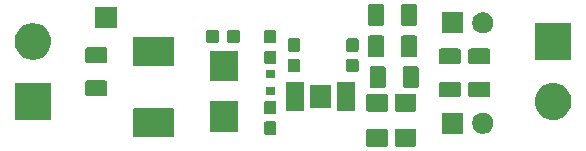
<source format=gts>
G04 #@! TF.GenerationSoftware,KiCad,Pcbnew,5.1.5-52549c5~84~ubuntu18.04.1*
G04 #@! TF.CreationDate,2020-03-07T05:05:02+05:30*
G04 #@! TF.ProjectId,tps92515_led_driver,74707339-3235-4313-955f-6c65645f6472,rev?*
G04 #@! TF.SameCoordinates,Original*
G04 #@! TF.FileFunction,Soldermask,Top*
G04 #@! TF.FilePolarity,Negative*
%FSLAX46Y46*%
G04 Gerber Fmt 4.6, Leading zero omitted, Abs format (unit mm)*
G04 Created by KiCad (PCBNEW 5.1.5-52549c5~84~ubuntu18.04.1) date 2020-03-07 05:05:02*
%MOMM*%
%LPD*%
G04 APERTURE LIST*
%ADD10C,0.100000*%
G04 APERTURE END LIST*
D10*
G36*
X145025562Y-89728181D02*
G01*
X145060481Y-89738774D01*
X145092663Y-89755976D01*
X145120873Y-89779127D01*
X145144024Y-89807337D01*
X145161226Y-89839519D01*
X145171819Y-89874438D01*
X145176000Y-89916895D01*
X145176000Y-91058105D01*
X145171819Y-91100562D01*
X145161226Y-91135481D01*
X145144024Y-91167663D01*
X145120873Y-91195873D01*
X145092663Y-91219024D01*
X145060481Y-91236226D01*
X145025562Y-91246819D01*
X144983105Y-91251000D01*
X143516895Y-91251000D01*
X143474438Y-91246819D01*
X143439519Y-91236226D01*
X143407337Y-91219024D01*
X143379127Y-91195873D01*
X143355976Y-91167663D01*
X143338774Y-91135481D01*
X143328181Y-91100562D01*
X143324000Y-91058105D01*
X143324000Y-89916895D01*
X143328181Y-89874438D01*
X143338774Y-89839519D01*
X143355976Y-89807337D01*
X143379127Y-89779127D01*
X143407337Y-89755976D01*
X143439519Y-89738774D01*
X143474438Y-89728181D01*
X143516895Y-89724000D01*
X144983105Y-89724000D01*
X145025562Y-89728181D01*
G37*
G36*
X142625562Y-89728181D02*
G01*
X142660481Y-89738774D01*
X142692663Y-89755976D01*
X142720873Y-89779127D01*
X142744024Y-89807337D01*
X142761226Y-89839519D01*
X142771819Y-89874438D01*
X142776000Y-89916895D01*
X142776000Y-91058105D01*
X142771819Y-91100562D01*
X142761226Y-91135481D01*
X142744024Y-91167663D01*
X142720873Y-91195873D01*
X142692663Y-91219024D01*
X142660481Y-91236226D01*
X142625562Y-91246819D01*
X142583105Y-91251000D01*
X141116895Y-91251000D01*
X141074438Y-91246819D01*
X141039519Y-91236226D01*
X141007337Y-91219024D01*
X140979127Y-91195873D01*
X140955976Y-91167663D01*
X140938774Y-91135481D01*
X140928181Y-91100562D01*
X140924000Y-91058105D01*
X140924000Y-89916895D01*
X140928181Y-89874438D01*
X140938774Y-89839519D01*
X140955976Y-89807337D01*
X140979127Y-89779127D01*
X141007337Y-89755976D01*
X141039519Y-89738774D01*
X141074438Y-89728181D01*
X141116895Y-89724000D01*
X142583105Y-89724000D01*
X142625562Y-89728181D01*
G37*
G36*
X124534007Y-88002383D02*
G01*
X124561138Y-88010613D01*
X124586133Y-88023973D01*
X124608045Y-88041955D01*
X124626027Y-88063867D01*
X124639387Y-88088862D01*
X124647617Y-88115993D01*
X124651000Y-88150341D01*
X124651000Y-90299659D01*
X124647617Y-90334007D01*
X124639387Y-90361138D01*
X124626027Y-90386133D01*
X124608045Y-90408045D01*
X124586133Y-90426027D01*
X124561138Y-90439387D01*
X124534007Y-90447617D01*
X124499659Y-90451000D01*
X121300341Y-90451000D01*
X121265993Y-90447617D01*
X121238862Y-90439387D01*
X121213867Y-90426027D01*
X121191955Y-90408045D01*
X121173973Y-90386133D01*
X121160613Y-90361138D01*
X121152383Y-90334007D01*
X121149000Y-90299659D01*
X121149000Y-88150341D01*
X121152383Y-88115993D01*
X121160613Y-88088862D01*
X121173973Y-88063867D01*
X121191955Y-88041955D01*
X121213867Y-88023973D01*
X121238862Y-88010613D01*
X121265993Y-88002383D01*
X121300341Y-87999000D01*
X124499659Y-87999000D01*
X124534007Y-88002383D01*
G37*
G36*
X133164499Y-89103445D02*
G01*
X133201995Y-89114820D01*
X133236554Y-89133292D01*
X133266847Y-89158153D01*
X133291708Y-89188446D01*
X133310180Y-89223005D01*
X133321555Y-89260501D01*
X133326000Y-89305638D01*
X133326000Y-90044362D01*
X133321555Y-90089499D01*
X133310180Y-90126995D01*
X133291708Y-90161554D01*
X133266847Y-90191847D01*
X133236554Y-90216708D01*
X133201995Y-90235180D01*
X133164499Y-90246555D01*
X133119362Y-90251000D01*
X132480638Y-90251000D01*
X132435501Y-90246555D01*
X132398005Y-90235180D01*
X132363446Y-90216708D01*
X132333153Y-90191847D01*
X132308292Y-90161554D01*
X132289820Y-90126995D01*
X132278445Y-90089499D01*
X132274000Y-90044362D01*
X132274000Y-89305638D01*
X132278445Y-89260501D01*
X132289820Y-89223005D01*
X132308292Y-89188446D01*
X132333153Y-89158153D01*
X132363446Y-89133292D01*
X132398005Y-89114820D01*
X132435501Y-89103445D01*
X132480638Y-89099000D01*
X133119362Y-89099000D01*
X133164499Y-89103445D01*
G37*
G36*
X149151000Y-90151000D02*
G01*
X147349000Y-90151000D01*
X147349000Y-88349000D01*
X149151000Y-88349000D01*
X149151000Y-90151000D01*
G37*
G36*
X150903512Y-88353927D02*
G01*
X151052812Y-88383624D01*
X151216784Y-88451544D01*
X151364354Y-88550147D01*
X151489853Y-88675646D01*
X151588456Y-88823216D01*
X151656376Y-88987188D01*
X151691000Y-89161259D01*
X151691000Y-89338741D01*
X151656376Y-89512812D01*
X151588456Y-89676784D01*
X151489853Y-89824354D01*
X151364354Y-89949853D01*
X151216784Y-90048456D01*
X151052812Y-90116376D01*
X150903512Y-90146073D01*
X150878742Y-90151000D01*
X150701258Y-90151000D01*
X150676488Y-90146073D01*
X150527188Y-90116376D01*
X150363216Y-90048456D01*
X150215646Y-89949853D01*
X150090147Y-89824354D01*
X149991544Y-89676784D01*
X149923624Y-89512812D01*
X149889000Y-89338741D01*
X149889000Y-89161259D01*
X149923624Y-88987188D01*
X149991544Y-88823216D01*
X150090147Y-88675646D01*
X150215646Y-88550147D01*
X150363216Y-88451544D01*
X150527188Y-88383624D01*
X150676488Y-88353927D01*
X150701258Y-88349000D01*
X150878742Y-88349000D01*
X150903512Y-88353927D01*
G37*
G36*
X130101000Y-90001000D02*
G01*
X127699000Y-90001000D01*
X127699000Y-87399000D01*
X130101000Y-87399000D01*
X130101000Y-90001000D01*
G37*
G36*
X114251000Y-88976000D02*
G01*
X111149000Y-88976000D01*
X111149000Y-85874000D01*
X114251000Y-85874000D01*
X114251000Y-88976000D01*
G37*
G36*
X156987833Y-85890922D02*
G01*
X157202410Y-85933604D01*
X157484674Y-86050521D01*
X157738705Y-86220259D01*
X157954741Y-86436295D01*
X158124479Y-86690326D01*
X158241396Y-86972590D01*
X158246212Y-86996802D01*
X158301000Y-87272239D01*
X158301000Y-87577761D01*
X158285266Y-87656860D01*
X158241396Y-87877410D01*
X158124479Y-88159674D01*
X157954741Y-88413705D01*
X157738705Y-88629741D01*
X157484674Y-88799479D01*
X157202410Y-88916396D01*
X157052585Y-88946198D01*
X156902761Y-88976000D01*
X156597239Y-88976000D01*
X156447415Y-88946198D01*
X156297590Y-88916396D01*
X156015326Y-88799479D01*
X155761295Y-88629741D01*
X155545259Y-88413705D01*
X155375521Y-88159674D01*
X155258604Y-87877410D01*
X155214734Y-87656860D01*
X155199000Y-87577761D01*
X155199000Y-87272239D01*
X155253788Y-86996802D01*
X155258604Y-86972590D01*
X155375521Y-86690326D01*
X155545259Y-86436295D01*
X155761295Y-86220259D01*
X156015326Y-86050521D01*
X156297590Y-85933604D01*
X156512167Y-85890922D01*
X156597239Y-85874000D01*
X156902761Y-85874000D01*
X156987833Y-85890922D01*
G37*
G36*
X133164499Y-87353445D02*
G01*
X133201995Y-87364820D01*
X133236554Y-87383292D01*
X133266847Y-87408153D01*
X133291708Y-87438446D01*
X133310180Y-87473005D01*
X133321555Y-87510501D01*
X133326000Y-87555638D01*
X133326000Y-88294362D01*
X133321555Y-88339499D01*
X133310180Y-88376995D01*
X133291708Y-88411554D01*
X133266847Y-88441847D01*
X133236554Y-88466708D01*
X133201995Y-88485180D01*
X133164499Y-88496555D01*
X133119362Y-88501000D01*
X132480638Y-88501000D01*
X132435501Y-88496555D01*
X132398005Y-88485180D01*
X132363446Y-88466708D01*
X132333153Y-88441847D01*
X132308292Y-88411554D01*
X132289820Y-88376995D01*
X132278445Y-88339499D01*
X132274000Y-88294362D01*
X132274000Y-87555638D01*
X132278445Y-87510501D01*
X132289820Y-87473005D01*
X132308292Y-87438446D01*
X132333153Y-87408153D01*
X132363446Y-87383292D01*
X132398005Y-87364820D01*
X132435501Y-87353445D01*
X132480638Y-87349000D01*
X133119362Y-87349000D01*
X133164499Y-87353445D01*
G37*
G36*
X145025562Y-86753181D02*
G01*
X145060481Y-86763774D01*
X145092663Y-86780976D01*
X145120873Y-86804127D01*
X145144024Y-86832337D01*
X145161226Y-86864519D01*
X145171819Y-86899438D01*
X145176000Y-86941895D01*
X145176000Y-88083105D01*
X145171819Y-88125562D01*
X145161226Y-88160481D01*
X145144024Y-88192663D01*
X145120873Y-88220873D01*
X145092663Y-88244024D01*
X145060481Y-88261226D01*
X145025562Y-88271819D01*
X144983105Y-88276000D01*
X143516895Y-88276000D01*
X143474438Y-88271819D01*
X143439519Y-88261226D01*
X143407337Y-88244024D01*
X143379127Y-88220873D01*
X143355976Y-88192663D01*
X143338774Y-88160481D01*
X143328181Y-88125562D01*
X143324000Y-88083105D01*
X143324000Y-86941895D01*
X143328181Y-86899438D01*
X143338774Y-86864519D01*
X143355976Y-86832337D01*
X143379127Y-86804127D01*
X143407337Y-86780976D01*
X143439519Y-86763774D01*
X143474438Y-86753181D01*
X143516895Y-86749000D01*
X144983105Y-86749000D01*
X145025562Y-86753181D01*
G37*
G36*
X142625562Y-86753181D02*
G01*
X142660481Y-86763774D01*
X142692663Y-86780976D01*
X142720873Y-86804127D01*
X142744024Y-86832337D01*
X142761226Y-86864519D01*
X142771819Y-86899438D01*
X142776000Y-86941895D01*
X142776000Y-88083105D01*
X142771819Y-88125562D01*
X142761226Y-88160481D01*
X142744024Y-88192663D01*
X142720873Y-88220873D01*
X142692663Y-88244024D01*
X142660481Y-88261226D01*
X142625562Y-88271819D01*
X142583105Y-88276000D01*
X141116895Y-88276000D01*
X141074438Y-88271819D01*
X141039519Y-88261226D01*
X141007337Y-88244024D01*
X140979127Y-88220873D01*
X140955976Y-88192663D01*
X140938774Y-88160481D01*
X140928181Y-88125562D01*
X140924000Y-88083105D01*
X140924000Y-86941895D01*
X140928181Y-86899438D01*
X140938774Y-86864519D01*
X140955976Y-86832337D01*
X140979127Y-86804127D01*
X141007337Y-86780976D01*
X141039519Y-86763774D01*
X141074438Y-86753181D01*
X141116895Y-86749000D01*
X142583105Y-86749000D01*
X142625562Y-86753181D01*
G37*
G36*
X135645295Y-85800323D02*
G01*
X135652310Y-85802451D01*
X135658776Y-85805908D01*
X135664442Y-85810558D01*
X135669092Y-85816224D01*
X135672549Y-85822690D01*
X135674677Y-85829705D01*
X135676000Y-85843140D01*
X135676000Y-86156860D01*
X135674677Y-86170295D01*
X135672549Y-86177309D01*
X135665190Y-86191077D01*
X135655813Y-86213716D01*
X135651033Y-86237749D01*
X135651033Y-86262253D01*
X135655814Y-86286286D01*
X135665190Y-86308923D01*
X135672549Y-86322691D01*
X135674677Y-86329705D01*
X135676000Y-86343140D01*
X135676000Y-86656860D01*
X135674677Y-86670295D01*
X135672549Y-86677309D01*
X135665190Y-86691077D01*
X135655813Y-86713716D01*
X135651033Y-86737749D01*
X135651033Y-86762253D01*
X135655814Y-86786286D01*
X135665190Y-86808923D01*
X135672549Y-86822691D01*
X135674677Y-86829705D01*
X135676000Y-86843140D01*
X135676000Y-87156860D01*
X135674677Y-87170295D01*
X135672549Y-87177309D01*
X135665190Y-87191077D01*
X135655813Y-87213716D01*
X135651033Y-87237749D01*
X135651033Y-87262253D01*
X135655814Y-87286286D01*
X135665190Y-87308923D01*
X135672549Y-87322691D01*
X135674677Y-87329705D01*
X135676000Y-87343140D01*
X135676000Y-87656860D01*
X135674677Y-87670295D01*
X135672549Y-87677309D01*
X135665190Y-87691077D01*
X135655813Y-87713716D01*
X135651033Y-87737749D01*
X135651033Y-87762253D01*
X135655814Y-87786286D01*
X135665190Y-87808923D01*
X135672549Y-87822691D01*
X135674677Y-87829705D01*
X135676000Y-87843140D01*
X135676000Y-88156860D01*
X135674677Y-88170295D01*
X135672549Y-88177310D01*
X135669092Y-88183776D01*
X135664442Y-88189442D01*
X135658776Y-88194092D01*
X135652310Y-88197549D01*
X135645295Y-88199677D01*
X135631860Y-88201000D01*
X134168140Y-88201000D01*
X134154705Y-88199677D01*
X134147690Y-88197549D01*
X134141224Y-88194092D01*
X134135558Y-88189442D01*
X134130908Y-88183776D01*
X134127451Y-88177310D01*
X134125323Y-88170295D01*
X134124000Y-88156860D01*
X134124000Y-87843140D01*
X134125323Y-87829705D01*
X134127451Y-87822691D01*
X134134810Y-87808923D01*
X134144187Y-87786284D01*
X134148967Y-87762251D01*
X134148967Y-87737747D01*
X134144186Y-87713714D01*
X134134810Y-87691077D01*
X134127451Y-87677309D01*
X134125323Y-87670295D01*
X134124000Y-87656860D01*
X134124000Y-87343140D01*
X134125323Y-87329705D01*
X134127451Y-87322691D01*
X134134810Y-87308923D01*
X134144187Y-87286284D01*
X134148967Y-87262251D01*
X134148967Y-87237747D01*
X134144186Y-87213714D01*
X134134810Y-87191077D01*
X134127451Y-87177309D01*
X134125323Y-87170295D01*
X134124000Y-87156860D01*
X134124000Y-86843140D01*
X134125323Y-86829705D01*
X134127451Y-86822691D01*
X134134810Y-86808923D01*
X134144187Y-86786284D01*
X134148967Y-86762251D01*
X134148967Y-86737747D01*
X134144186Y-86713714D01*
X134134810Y-86691077D01*
X134127451Y-86677309D01*
X134125323Y-86670295D01*
X134124000Y-86656860D01*
X134124000Y-86343140D01*
X134125323Y-86329705D01*
X134127451Y-86322691D01*
X134134810Y-86308923D01*
X134144187Y-86286284D01*
X134148967Y-86262251D01*
X134148967Y-86237747D01*
X134144186Y-86213714D01*
X134134810Y-86191077D01*
X134127451Y-86177309D01*
X134125323Y-86170295D01*
X134124000Y-86156860D01*
X134124000Y-85843140D01*
X134125323Y-85829705D01*
X134127451Y-85822690D01*
X134130908Y-85816224D01*
X134135558Y-85810558D01*
X134141224Y-85805908D01*
X134147690Y-85802451D01*
X134154705Y-85800323D01*
X134168140Y-85799000D01*
X135631860Y-85799000D01*
X135645295Y-85800323D01*
G37*
G36*
X139945295Y-85800323D02*
G01*
X139952310Y-85802451D01*
X139958776Y-85805908D01*
X139964442Y-85810558D01*
X139969092Y-85816224D01*
X139972549Y-85822690D01*
X139974677Y-85829705D01*
X139976000Y-85843140D01*
X139976000Y-86156860D01*
X139974677Y-86170295D01*
X139972549Y-86177309D01*
X139965190Y-86191077D01*
X139955813Y-86213716D01*
X139951033Y-86237749D01*
X139951033Y-86262253D01*
X139955814Y-86286286D01*
X139965190Y-86308923D01*
X139972549Y-86322691D01*
X139974677Y-86329705D01*
X139976000Y-86343140D01*
X139976000Y-86656860D01*
X139974677Y-86670295D01*
X139972549Y-86677309D01*
X139965190Y-86691077D01*
X139955813Y-86713716D01*
X139951033Y-86737749D01*
X139951033Y-86762253D01*
X139955814Y-86786286D01*
X139965190Y-86808923D01*
X139972549Y-86822691D01*
X139974677Y-86829705D01*
X139976000Y-86843140D01*
X139976000Y-87156860D01*
X139974677Y-87170295D01*
X139972549Y-87177309D01*
X139965190Y-87191077D01*
X139955813Y-87213716D01*
X139951033Y-87237749D01*
X139951033Y-87262253D01*
X139955814Y-87286286D01*
X139965190Y-87308923D01*
X139972549Y-87322691D01*
X139974677Y-87329705D01*
X139976000Y-87343140D01*
X139976000Y-87656860D01*
X139974677Y-87670295D01*
X139972549Y-87677309D01*
X139965190Y-87691077D01*
X139955813Y-87713716D01*
X139951033Y-87737749D01*
X139951033Y-87762253D01*
X139955814Y-87786286D01*
X139965190Y-87808923D01*
X139972549Y-87822691D01*
X139974677Y-87829705D01*
X139976000Y-87843140D01*
X139976000Y-88156860D01*
X139974677Y-88170295D01*
X139972549Y-88177310D01*
X139969092Y-88183776D01*
X139964442Y-88189442D01*
X139958776Y-88194092D01*
X139952310Y-88197549D01*
X139945295Y-88199677D01*
X139931860Y-88201000D01*
X138468140Y-88201000D01*
X138454705Y-88199677D01*
X138447690Y-88197549D01*
X138441224Y-88194092D01*
X138435558Y-88189442D01*
X138430908Y-88183776D01*
X138427451Y-88177310D01*
X138425323Y-88170295D01*
X138424000Y-88156860D01*
X138424000Y-87843140D01*
X138425323Y-87829705D01*
X138427451Y-87822691D01*
X138434810Y-87808923D01*
X138444187Y-87786284D01*
X138448967Y-87762251D01*
X138448967Y-87737747D01*
X138444186Y-87713714D01*
X138434810Y-87691077D01*
X138427451Y-87677309D01*
X138425323Y-87670295D01*
X138424000Y-87656860D01*
X138424000Y-87343140D01*
X138425323Y-87329705D01*
X138427451Y-87322691D01*
X138434810Y-87308923D01*
X138444187Y-87286284D01*
X138448967Y-87262251D01*
X138448967Y-87237747D01*
X138444186Y-87213714D01*
X138434810Y-87191077D01*
X138427451Y-87177309D01*
X138425323Y-87170295D01*
X138424000Y-87156860D01*
X138424000Y-86843140D01*
X138425323Y-86829705D01*
X138427451Y-86822691D01*
X138434810Y-86808923D01*
X138444187Y-86786284D01*
X138448967Y-86762251D01*
X138448967Y-86737747D01*
X138444186Y-86713714D01*
X138434810Y-86691077D01*
X138427451Y-86677309D01*
X138425323Y-86670295D01*
X138424000Y-86656860D01*
X138424000Y-86343140D01*
X138425323Y-86329705D01*
X138427451Y-86322691D01*
X138434810Y-86308923D01*
X138444187Y-86286284D01*
X138448967Y-86262251D01*
X138448967Y-86237747D01*
X138444186Y-86213714D01*
X138434810Y-86191077D01*
X138427451Y-86177309D01*
X138425323Y-86170295D01*
X138424000Y-86156860D01*
X138424000Y-85843140D01*
X138425323Y-85829705D01*
X138427451Y-85822690D01*
X138430908Y-85816224D01*
X138435558Y-85810558D01*
X138441224Y-85805908D01*
X138447690Y-85802451D01*
X138454705Y-85800323D01*
X138468140Y-85799000D01*
X139931860Y-85799000D01*
X139945295Y-85800323D01*
G37*
G36*
X137941000Y-87991000D02*
G01*
X136159000Y-87991000D01*
X136159000Y-86009000D01*
X137941000Y-86009000D01*
X137941000Y-87991000D01*
G37*
G36*
X148768604Y-85728347D02*
G01*
X148805144Y-85739432D01*
X148838821Y-85757433D01*
X148868341Y-85781659D01*
X148892567Y-85811179D01*
X148910568Y-85844856D01*
X148921653Y-85881396D01*
X148926000Y-85925538D01*
X148926000Y-86874462D01*
X148921653Y-86918604D01*
X148910568Y-86955144D01*
X148892567Y-86988821D01*
X148868341Y-87018341D01*
X148838821Y-87042567D01*
X148805144Y-87060568D01*
X148768604Y-87071653D01*
X148724462Y-87076000D01*
X147275538Y-87076000D01*
X147231396Y-87071653D01*
X147194856Y-87060568D01*
X147161179Y-87042567D01*
X147131659Y-87018341D01*
X147107433Y-86988821D01*
X147089432Y-86955144D01*
X147078347Y-86918604D01*
X147074000Y-86874462D01*
X147074000Y-85925538D01*
X147078347Y-85881396D01*
X147089432Y-85844856D01*
X147107433Y-85811179D01*
X147131659Y-85781659D01*
X147161179Y-85757433D01*
X147194856Y-85739432D01*
X147231396Y-85728347D01*
X147275538Y-85724000D01*
X148724462Y-85724000D01*
X148768604Y-85728347D01*
G37*
G36*
X151268604Y-85728347D02*
G01*
X151305144Y-85739432D01*
X151338821Y-85757433D01*
X151368341Y-85781659D01*
X151392567Y-85811179D01*
X151410568Y-85844856D01*
X151421653Y-85881396D01*
X151426000Y-85925538D01*
X151426000Y-86874462D01*
X151421653Y-86918604D01*
X151410568Y-86955144D01*
X151392567Y-86988821D01*
X151368341Y-87018341D01*
X151338821Y-87042567D01*
X151305144Y-87060568D01*
X151268604Y-87071653D01*
X151224462Y-87076000D01*
X149775538Y-87076000D01*
X149731396Y-87071653D01*
X149694856Y-87060568D01*
X149661179Y-87042567D01*
X149631659Y-87018341D01*
X149607433Y-86988821D01*
X149589432Y-86955144D01*
X149578347Y-86918604D01*
X149574000Y-86874462D01*
X149574000Y-85925538D01*
X149578347Y-85881396D01*
X149589432Y-85844856D01*
X149607433Y-85811179D01*
X149631659Y-85781659D01*
X149661179Y-85757433D01*
X149694856Y-85739432D01*
X149731396Y-85728347D01*
X149775538Y-85724000D01*
X151224462Y-85724000D01*
X151268604Y-85728347D01*
G37*
G36*
X118818604Y-85628347D02*
G01*
X118855144Y-85639432D01*
X118888821Y-85657433D01*
X118918341Y-85681659D01*
X118942567Y-85711179D01*
X118960568Y-85744856D01*
X118971653Y-85781396D01*
X118976000Y-85825538D01*
X118976000Y-86774462D01*
X118971653Y-86818604D01*
X118960568Y-86855144D01*
X118942567Y-86888821D01*
X118918341Y-86918341D01*
X118888821Y-86942567D01*
X118855144Y-86960568D01*
X118818604Y-86971653D01*
X118774462Y-86976000D01*
X117325538Y-86976000D01*
X117281396Y-86971653D01*
X117244856Y-86960568D01*
X117211179Y-86942567D01*
X117181659Y-86918341D01*
X117157433Y-86888821D01*
X117139432Y-86855144D01*
X117128347Y-86818604D01*
X117124000Y-86774462D01*
X117124000Y-85825538D01*
X117128347Y-85781396D01*
X117139432Y-85744856D01*
X117157433Y-85711179D01*
X117181659Y-85681659D01*
X117211179Y-85657433D01*
X117244856Y-85639432D01*
X117281396Y-85628347D01*
X117325538Y-85624000D01*
X118774462Y-85624000D01*
X118818604Y-85628347D01*
G37*
G36*
X133201000Y-86851000D02*
G01*
X132399000Y-86851000D01*
X132399000Y-86149000D01*
X133201000Y-86149000D01*
X133201000Y-86851000D01*
G37*
G36*
X145218604Y-84428347D02*
G01*
X145255144Y-84439432D01*
X145288821Y-84457433D01*
X145318341Y-84481659D01*
X145342567Y-84511179D01*
X145360568Y-84544856D01*
X145371653Y-84581396D01*
X145376000Y-84625538D01*
X145376000Y-86074462D01*
X145371653Y-86118604D01*
X145360568Y-86155144D01*
X145342567Y-86188821D01*
X145318341Y-86218341D01*
X145288821Y-86242567D01*
X145255144Y-86260568D01*
X145218604Y-86271653D01*
X145174462Y-86276000D01*
X144225538Y-86276000D01*
X144181396Y-86271653D01*
X144144856Y-86260568D01*
X144111179Y-86242567D01*
X144081659Y-86218341D01*
X144057433Y-86188821D01*
X144039432Y-86155144D01*
X144028347Y-86118604D01*
X144024000Y-86074462D01*
X144024000Y-84625538D01*
X144028347Y-84581396D01*
X144039432Y-84544856D01*
X144057433Y-84511179D01*
X144081659Y-84481659D01*
X144111179Y-84457433D01*
X144144856Y-84439432D01*
X144181396Y-84428347D01*
X144225538Y-84424000D01*
X145174462Y-84424000D01*
X145218604Y-84428347D01*
G37*
G36*
X142418604Y-84428347D02*
G01*
X142455144Y-84439432D01*
X142488821Y-84457433D01*
X142518341Y-84481659D01*
X142542567Y-84511179D01*
X142560568Y-84544856D01*
X142571653Y-84581396D01*
X142576000Y-84625538D01*
X142576000Y-86074462D01*
X142571653Y-86118604D01*
X142560568Y-86155144D01*
X142542567Y-86188821D01*
X142518341Y-86218341D01*
X142488821Y-86242567D01*
X142455144Y-86260568D01*
X142418604Y-86271653D01*
X142374462Y-86276000D01*
X141425538Y-86276000D01*
X141381396Y-86271653D01*
X141344856Y-86260568D01*
X141311179Y-86242567D01*
X141281659Y-86218341D01*
X141257433Y-86188821D01*
X141239432Y-86155144D01*
X141228347Y-86118604D01*
X141224000Y-86074462D01*
X141224000Y-84625538D01*
X141228347Y-84581396D01*
X141239432Y-84544856D01*
X141257433Y-84511179D01*
X141281659Y-84481659D01*
X141311179Y-84457433D01*
X141344856Y-84439432D01*
X141381396Y-84428347D01*
X141425538Y-84424000D01*
X142374462Y-84424000D01*
X142418604Y-84428347D01*
G37*
G36*
X130101000Y-85701000D02*
G01*
X127699000Y-85701000D01*
X127699000Y-83099000D01*
X130101000Y-83099000D01*
X130101000Y-85701000D01*
G37*
G36*
X133201000Y-85451000D02*
G01*
X132399000Y-85451000D01*
X132399000Y-84749000D01*
X133201000Y-84749000D01*
X133201000Y-85451000D01*
G37*
G36*
X140114499Y-83803445D02*
G01*
X140151995Y-83814820D01*
X140186554Y-83833292D01*
X140216847Y-83858153D01*
X140241708Y-83888446D01*
X140260180Y-83923005D01*
X140271555Y-83960501D01*
X140276000Y-84005638D01*
X140276000Y-84744362D01*
X140271555Y-84789499D01*
X140260180Y-84826995D01*
X140241708Y-84861554D01*
X140216847Y-84891847D01*
X140186554Y-84916708D01*
X140151995Y-84935180D01*
X140114499Y-84946555D01*
X140069362Y-84951000D01*
X139430638Y-84951000D01*
X139385501Y-84946555D01*
X139348005Y-84935180D01*
X139313446Y-84916708D01*
X139283153Y-84891847D01*
X139258292Y-84861554D01*
X139239820Y-84826995D01*
X139228445Y-84789499D01*
X139224000Y-84744362D01*
X139224000Y-84005638D01*
X139228445Y-83960501D01*
X139239820Y-83923005D01*
X139258292Y-83888446D01*
X139283153Y-83858153D01*
X139313446Y-83833292D01*
X139348005Y-83814820D01*
X139385501Y-83803445D01*
X139430638Y-83799000D01*
X140069362Y-83799000D01*
X140114499Y-83803445D01*
G37*
G36*
X135164499Y-83803445D02*
G01*
X135201995Y-83814820D01*
X135236554Y-83833292D01*
X135266847Y-83858153D01*
X135291708Y-83888446D01*
X135310180Y-83923005D01*
X135321555Y-83960501D01*
X135326000Y-84005638D01*
X135326000Y-84744362D01*
X135321555Y-84789499D01*
X135310180Y-84826995D01*
X135291708Y-84861554D01*
X135266847Y-84891847D01*
X135236554Y-84916708D01*
X135201995Y-84935180D01*
X135164499Y-84946555D01*
X135119362Y-84951000D01*
X134480638Y-84951000D01*
X134435501Y-84946555D01*
X134398005Y-84935180D01*
X134363446Y-84916708D01*
X134333153Y-84891847D01*
X134308292Y-84861554D01*
X134289820Y-84826995D01*
X134278445Y-84789499D01*
X134274000Y-84744362D01*
X134274000Y-84005638D01*
X134278445Y-83960501D01*
X134289820Y-83923005D01*
X134308292Y-83888446D01*
X134333153Y-83858153D01*
X134363446Y-83833292D01*
X134398005Y-83814820D01*
X134435501Y-83803445D01*
X134480638Y-83799000D01*
X135119362Y-83799000D01*
X135164499Y-83803445D01*
G37*
G36*
X124534007Y-81952383D02*
G01*
X124561138Y-81960613D01*
X124586133Y-81973973D01*
X124608045Y-81991955D01*
X124626027Y-82013867D01*
X124639387Y-82038862D01*
X124647617Y-82065993D01*
X124651000Y-82100341D01*
X124651000Y-84249659D01*
X124647617Y-84284007D01*
X124639387Y-84311138D01*
X124626027Y-84336133D01*
X124608045Y-84358045D01*
X124586133Y-84376027D01*
X124561138Y-84389387D01*
X124534007Y-84397617D01*
X124499659Y-84401000D01*
X121300341Y-84401000D01*
X121265993Y-84397617D01*
X121238862Y-84389387D01*
X121213867Y-84376027D01*
X121191955Y-84358045D01*
X121173973Y-84336133D01*
X121160613Y-84311138D01*
X121152383Y-84284007D01*
X121149000Y-84249659D01*
X121149000Y-82100341D01*
X121152383Y-82065993D01*
X121160613Y-82038862D01*
X121173973Y-82013867D01*
X121191955Y-81991955D01*
X121213867Y-81973973D01*
X121238862Y-81960613D01*
X121265993Y-81952383D01*
X121300341Y-81949000D01*
X124499659Y-81949000D01*
X124534007Y-81952383D01*
G37*
G36*
X148768604Y-82928347D02*
G01*
X148805144Y-82939432D01*
X148838821Y-82957433D01*
X148868341Y-82981659D01*
X148892567Y-83011179D01*
X148910568Y-83044856D01*
X148921653Y-83081396D01*
X148926000Y-83125538D01*
X148926000Y-84074462D01*
X148921653Y-84118604D01*
X148910568Y-84155144D01*
X148892567Y-84188821D01*
X148868341Y-84218341D01*
X148838821Y-84242567D01*
X148805144Y-84260568D01*
X148768604Y-84271653D01*
X148724462Y-84276000D01*
X147275538Y-84276000D01*
X147231396Y-84271653D01*
X147194856Y-84260568D01*
X147161179Y-84242567D01*
X147131659Y-84218341D01*
X147107433Y-84188821D01*
X147089432Y-84155144D01*
X147078347Y-84118604D01*
X147074000Y-84074462D01*
X147074000Y-83125538D01*
X147078347Y-83081396D01*
X147089432Y-83044856D01*
X147107433Y-83011179D01*
X147131659Y-82981659D01*
X147161179Y-82957433D01*
X147194856Y-82939432D01*
X147231396Y-82928347D01*
X147275538Y-82924000D01*
X148724462Y-82924000D01*
X148768604Y-82928347D01*
G37*
G36*
X151268604Y-82928347D02*
G01*
X151305144Y-82939432D01*
X151338821Y-82957433D01*
X151368341Y-82981659D01*
X151392567Y-83011179D01*
X151410568Y-83044856D01*
X151421653Y-83081396D01*
X151426000Y-83125538D01*
X151426000Y-84074462D01*
X151421653Y-84118604D01*
X151410568Y-84155144D01*
X151392567Y-84188821D01*
X151368341Y-84218341D01*
X151338821Y-84242567D01*
X151305144Y-84260568D01*
X151268604Y-84271653D01*
X151224462Y-84276000D01*
X149775538Y-84276000D01*
X149731396Y-84271653D01*
X149694856Y-84260568D01*
X149661179Y-84242567D01*
X149631659Y-84218341D01*
X149607433Y-84188821D01*
X149589432Y-84155144D01*
X149578347Y-84118604D01*
X149574000Y-84074462D01*
X149574000Y-83125538D01*
X149578347Y-83081396D01*
X149589432Y-83044856D01*
X149607433Y-83011179D01*
X149631659Y-82981659D01*
X149661179Y-82957433D01*
X149694856Y-82939432D01*
X149731396Y-82928347D01*
X149775538Y-82924000D01*
X151224462Y-82924000D01*
X151268604Y-82928347D01*
G37*
G36*
X133164499Y-83103445D02*
G01*
X133201995Y-83114820D01*
X133236554Y-83133292D01*
X133266847Y-83158153D01*
X133291708Y-83188446D01*
X133310180Y-83223005D01*
X133321555Y-83260501D01*
X133326000Y-83305638D01*
X133326000Y-84044362D01*
X133321555Y-84089499D01*
X133310180Y-84126995D01*
X133291708Y-84161554D01*
X133266847Y-84191847D01*
X133236554Y-84216708D01*
X133201995Y-84235180D01*
X133164499Y-84246555D01*
X133119362Y-84251000D01*
X132480638Y-84251000D01*
X132435501Y-84246555D01*
X132398005Y-84235180D01*
X132363446Y-84216708D01*
X132333153Y-84191847D01*
X132308292Y-84161554D01*
X132289820Y-84126995D01*
X132278445Y-84089499D01*
X132274000Y-84044362D01*
X132274000Y-83305638D01*
X132278445Y-83260501D01*
X132289820Y-83223005D01*
X132308292Y-83188446D01*
X132333153Y-83158153D01*
X132363446Y-83133292D01*
X132398005Y-83114820D01*
X132435501Y-83103445D01*
X132480638Y-83099000D01*
X133119362Y-83099000D01*
X133164499Y-83103445D01*
G37*
G36*
X118818604Y-82828347D02*
G01*
X118855144Y-82839432D01*
X118888821Y-82857433D01*
X118918341Y-82881659D01*
X118942567Y-82911179D01*
X118960568Y-82944856D01*
X118971653Y-82981396D01*
X118976000Y-83025538D01*
X118976000Y-83974462D01*
X118971653Y-84018604D01*
X118960568Y-84055144D01*
X118942567Y-84088821D01*
X118918341Y-84118341D01*
X118888821Y-84142567D01*
X118855144Y-84160568D01*
X118818604Y-84171653D01*
X118774462Y-84176000D01*
X117325538Y-84176000D01*
X117281396Y-84171653D01*
X117244856Y-84160568D01*
X117211179Y-84142567D01*
X117181659Y-84118341D01*
X117157433Y-84088821D01*
X117139432Y-84055144D01*
X117128347Y-84018604D01*
X117124000Y-83974462D01*
X117124000Y-83025538D01*
X117128347Y-82981396D01*
X117139432Y-82944856D01*
X117157433Y-82911179D01*
X117181659Y-82881659D01*
X117211179Y-82857433D01*
X117244856Y-82839432D01*
X117281396Y-82828347D01*
X117325538Y-82824000D01*
X118774462Y-82824000D01*
X118818604Y-82828347D01*
G37*
G36*
X113002585Y-80823802D02*
G01*
X113152410Y-80853604D01*
X113434674Y-80970521D01*
X113688705Y-81140259D01*
X113904741Y-81356295D01*
X114074479Y-81610326D01*
X114191396Y-81892590D01*
X114206329Y-81967665D01*
X114231539Y-82094400D01*
X114251000Y-82192240D01*
X114251000Y-82497760D01*
X114191396Y-82797410D01*
X114074479Y-83079674D01*
X113904741Y-83333705D01*
X113688705Y-83549741D01*
X113434674Y-83719479D01*
X113152410Y-83836396D01*
X113043030Y-83858153D01*
X112852761Y-83896000D01*
X112547239Y-83896000D01*
X112356970Y-83858153D01*
X112247590Y-83836396D01*
X111965326Y-83719479D01*
X111711295Y-83549741D01*
X111495259Y-83333705D01*
X111325521Y-83079674D01*
X111208604Y-82797410D01*
X111149000Y-82497760D01*
X111149000Y-82192240D01*
X111168462Y-82094400D01*
X111193671Y-81967665D01*
X111208604Y-81892590D01*
X111325521Y-81610326D01*
X111495259Y-81356295D01*
X111711295Y-81140259D01*
X111965326Y-80970521D01*
X112247590Y-80853604D01*
X112397415Y-80823802D01*
X112547239Y-80794000D01*
X112852761Y-80794000D01*
X113002585Y-80823802D01*
G37*
G36*
X158301000Y-83896000D02*
G01*
X155199000Y-83896000D01*
X155199000Y-80794000D01*
X158301000Y-80794000D01*
X158301000Y-83896000D01*
G37*
G36*
X145068604Y-81828347D02*
G01*
X145105144Y-81839432D01*
X145138821Y-81857433D01*
X145168341Y-81881659D01*
X145192567Y-81911179D01*
X145210568Y-81944856D01*
X145221653Y-81981396D01*
X145226000Y-82025538D01*
X145226000Y-83474462D01*
X145221653Y-83518604D01*
X145210568Y-83555144D01*
X145192567Y-83588821D01*
X145168341Y-83618341D01*
X145138821Y-83642567D01*
X145105144Y-83660568D01*
X145068604Y-83671653D01*
X145024462Y-83676000D01*
X144075538Y-83676000D01*
X144031396Y-83671653D01*
X143994856Y-83660568D01*
X143961179Y-83642567D01*
X143931659Y-83618341D01*
X143907433Y-83588821D01*
X143889432Y-83555144D01*
X143878347Y-83518604D01*
X143874000Y-83474462D01*
X143874000Y-82025538D01*
X143878347Y-81981396D01*
X143889432Y-81944856D01*
X143907433Y-81911179D01*
X143931659Y-81881659D01*
X143961179Y-81857433D01*
X143994856Y-81839432D01*
X144031396Y-81828347D01*
X144075538Y-81824000D01*
X145024462Y-81824000D01*
X145068604Y-81828347D01*
G37*
G36*
X142268604Y-81828347D02*
G01*
X142305144Y-81839432D01*
X142338821Y-81857433D01*
X142368341Y-81881659D01*
X142392567Y-81911179D01*
X142410568Y-81944856D01*
X142421653Y-81981396D01*
X142426000Y-82025538D01*
X142426000Y-83474462D01*
X142421653Y-83518604D01*
X142410568Y-83555144D01*
X142392567Y-83588821D01*
X142368341Y-83618341D01*
X142338821Y-83642567D01*
X142305144Y-83660568D01*
X142268604Y-83671653D01*
X142224462Y-83676000D01*
X141275538Y-83676000D01*
X141231396Y-83671653D01*
X141194856Y-83660568D01*
X141161179Y-83642567D01*
X141131659Y-83618341D01*
X141107433Y-83588821D01*
X141089432Y-83555144D01*
X141078347Y-83518604D01*
X141074000Y-83474462D01*
X141074000Y-82025538D01*
X141078347Y-81981396D01*
X141089432Y-81944856D01*
X141107433Y-81911179D01*
X141131659Y-81881659D01*
X141161179Y-81857433D01*
X141194856Y-81839432D01*
X141231396Y-81828347D01*
X141275538Y-81824000D01*
X142224462Y-81824000D01*
X142268604Y-81828347D01*
G37*
G36*
X140114499Y-82053445D02*
G01*
X140151995Y-82064820D01*
X140186554Y-82083292D01*
X140216847Y-82108153D01*
X140241708Y-82138446D01*
X140260180Y-82173005D01*
X140271555Y-82210501D01*
X140276000Y-82255638D01*
X140276000Y-82994362D01*
X140271555Y-83039499D01*
X140260180Y-83076995D01*
X140241708Y-83111554D01*
X140216847Y-83141847D01*
X140186554Y-83166708D01*
X140151995Y-83185180D01*
X140114499Y-83196555D01*
X140069362Y-83201000D01*
X139430638Y-83201000D01*
X139385501Y-83196555D01*
X139348005Y-83185180D01*
X139313446Y-83166708D01*
X139283153Y-83141847D01*
X139258292Y-83111554D01*
X139239820Y-83076995D01*
X139228445Y-83039499D01*
X139224000Y-82994362D01*
X139224000Y-82255638D01*
X139228445Y-82210501D01*
X139239820Y-82173005D01*
X139258292Y-82138446D01*
X139283153Y-82108153D01*
X139313446Y-82083292D01*
X139348005Y-82064820D01*
X139385501Y-82053445D01*
X139430638Y-82049000D01*
X140069362Y-82049000D01*
X140114499Y-82053445D01*
G37*
G36*
X135164499Y-82053445D02*
G01*
X135201995Y-82064820D01*
X135236554Y-82083292D01*
X135266847Y-82108153D01*
X135291708Y-82138446D01*
X135310180Y-82173005D01*
X135321555Y-82210501D01*
X135326000Y-82255638D01*
X135326000Y-82994362D01*
X135321555Y-83039499D01*
X135310180Y-83076995D01*
X135291708Y-83111554D01*
X135266847Y-83141847D01*
X135236554Y-83166708D01*
X135201995Y-83185180D01*
X135164499Y-83196555D01*
X135119362Y-83201000D01*
X134480638Y-83201000D01*
X134435501Y-83196555D01*
X134398005Y-83185180D01*
X134363446Y-83166708D01*
X134333153Y-83141847D01*
X134308292Y-83111554D01*
X134289820Y-83076995D01*
X134278445Y-83039499D01*
X134274000Y-82994362D01*
X134274000Y-82255638D01*
X134278445Y-82210501D01*
X134289820Y-82173005D01*
X134308292Y-82138446D01*
X134333153Y-82108153D01*
X134363446Y-82083292D01*
X134398005Y-82064820D01*
X134435501Y-82053445D01*
X134480638Y-82049000D01*
X135119362Y-82049000D01*
X135164499Y-82053445D01*
G37*
G36*
X133164499Y-81353445D02*
G01*
X133201995Y-81364820D01*
X133236554Y-81383292D01*
X133266847Y-81408153D01*
X133291708Y-81438446D01*
X133310180Y-81473005D01*
X133321555Y-81510501D01*
X133326000Y-81555638D01*
X133326000Y-82294362D01*
X133321555Y-82339499D01*
X133310180Y-82376995D01*
X133291708Y-82411554D01*
X133266847Y-82441847D01*
X133236554Y-82466708D01*
X133201995Y-82485180D01*
X133164499Y-82496555D01*
X133119362Y-82501000D01*
X132480638Y-82501000D01*
X132435501Y-82496555D01*
X132398005Y-82485180D01*
X132363446Y-82466708D01*
X132333153Y-82441847D01*
X132308292Y-82411554D01*
X132289820Y-82376995D01*
X132278445Y-82339499D01*
X132274000Y-82294362D01*
X132274000Y-81555638D01*
X132278445Y-81510501D01*
X132289820Y-81473005D01*
X132308292Y-81438446D01*
X132333153Y-81408153D01*
X132363446Y-81383292D01*
X132398005Y-81364820D01*
X132435501Y-81353445D01*
X132480638Y-81349000D01*
X133119362Y-81349000D01*
X133164499Y-81353445D01*
G37*
G36*
X128339499Y-81378445D02*
G01*
X128376995Y-81389820D01*
X128411554Y-81408292D01*
X128441847Y-81433153D01*
X128466708Y-81463446D01*
X128485180Y-81498005D01*
X128496555Y-81535501D01*
X128501000Y-81580638D01*
X128501000Y-82219362D01*
X128496555Y-82264499D01*
X128485180Y-82301995D01*
X128466708Y-82336554D01*
X128441847Y-82366847D01*
X128411554Y-82391708D01*
X128376995Y-82410180D01*
X128339499Y-82421555D01*
X128294362Y-82426000D01*
X127555638Y-82426000D01*
X127510501Y-82421555D01*
X127473005Y-82410180D01*
X127438446Y-82391708D01*
X127408153Y-82366847D01*
X127383292Y-82336554D01*
X127364820Y-82301995D01*
X127353445Y-82264499D01*
X127349000Y-82219362D01*
X127349000Y-81580638D01*
X127353445Y-81535501D01*
X127364820Y-81498005D01*
X127383292Y-81463446D01*
X127408153Y-81433153D01*
X127438446Y-81408292D01*
X127473005Y-81389820D01*
X127510501Y-81378445D01*
X127555638Y-81374000D01*
X128294362Y-81374000D01*
X128339499Y-81378445D01*
G37*
G36*
X130089499Y-81378445D02*
G01*
X130126995Y-81389820D01*
X130161554Y-81408292D01*
X130191847Y-81433153D01*
X130216708Y-81463446D01*
X130235180Y-81498005D01*
X130246555Y-81535501D01*
X130251000Y-81580638D01*
X130251000Y-82219362D01*
X130246555Y-82264499D01*
X130235180Y-82301995D01*
X130216708Y-82336554D01*
X130191847Y-82366847D01*
X130161554Y-82391708D01*
X130126995Y-82410180D01*
X130089499Y-82421555D01*
X130044362Y-82426000D01*
X129305638Y-82426000D01*
X129260501Y-82421555D01*
X129223005Y-82410180D01*
X129188446Y-82391708D01*
X129158153Y-82366847D01*
X129133292Y-82336554D01*
X129114820Y-82301995D01*
X129103445Y-82264499D01*
X129099000Y-82219362D01*
X129099000Y-81580638D01*
X129103445Y-81535501D01*
X129114820Y-81498005D01*
X129133292Y-81463446D01*
X129158153Y-81433153D01*
X129188446Y-81408292D01*
X129223005Y-81389820D01*
X129260501Y-81378445D01*
X129305638Y-81374000D01*
X130044362Y-81374000D01*
X130089499Y-81378445D01*
G37*
G36*
X150903512Y-79853927D02*
G01*
X151052812Y-79883624D01*
X151216784Y-79951544D01*
X151364354Y-80050147D01*
X151489853Y-80175646D01*
X151588456Y-80323216D01*
X151656376Y-80487188D01*
X151691000Y-80661259D01*
X151691000Y-80838741D01*
X151656376Y-81012812D01*
X151588456Y-81176784D01*
X151489853Y-81324354D01*
X151364354Y-81449853D01*
X151216784Y-81548456D01*
X151052812Y-81616376D01*
X150903512Y-81646073D01*
X150878742Y-81651000D01*
X150701258Y-81651000D01*
X150676488Y-81646073D01*
X150527188Y-81616376D01*
X150363216Y-81548456D01*
X150215646Y-81449853D01*
X150090147Y-81324354D01*
X149991544Y-81176784D01*
X149923624Y-81012812D01*
X149889000Y-80838741D01*
X149889000Y-80661259D01*
X149923624Y-80487188D01*
X149991544Y-80323216D01*
X150090147Y-80175646D01*
X150215646Y-80050147D01*
X150363216Y-79951544D01*
X150527188Y-79883624D01*
X150676488Y-79853927D01*
X150701258Y-79849000D01*
X150878742Y-79849000D01*
X150903512Y-79853927D01*
G37*
G36*
X149151000Y-81651000D02*
G01*
X147349000Y-81651000D01*
X147349000Y-79849000D01*
X149151000Y-79849000D01*
X149151000Y-81651000D01*
G37*
G36*
X119801000Y-81201000D02*
G01*
X117999000Y-81201000D01*
X117999000Y-79399000D01*
X119801000Y-79399000D01*
X119801000Y-81201000D01*
G37*
G36*
X145068604Y-79178347D02*
G01*
X145105144Y-79189432D01*
X145138821Y-79207433D01*
X145168341Y-79231659D01*
X145192567Y-79261179D01*
X145210568Y-79294856D01*
X145221653Y-79331396D01*
X145226000Y-79375538D01*
X145226000Y-80824462D01*
X145221653Y-80868604D01*
X145210568Y-80905144D01*
X145192567Y-80938821D01*
X145168341Y-80968341D01*
X145138821Y-80992567D01*
X145105144Y-81010568D01*
X145068604Y-81021653D01*
X145024462Y-81026000D01*
X144075538Y-81026000D01*
X144031396Y-81021653D01*
X143994856Y-81010568D01*
X143961179Y-80992567D01*
X143931659Y-80968341D01*
X143907433Y-80938821D01*
X143889432Y-80905144D01*
X143878347Y-80868604D01*
X143874000Y-80824462D01*
X143874000Y-79375538D01*
X143878347Y-79331396D01*
X143889432Y-79294856D01*
X143907433Y-79261179D01*
X143931659Y-79231659D01*
X143961179Y-79207433D01*
X143994856Y-79189432D01*
X144031396Y-79178347D01*
X144075538Y-79174000D01*
X145024462Y-79174000D01*
X145068604Y-79178347D01*
G37*
G36*
X142268604Y-79178347D02*
G01*
X142305144Y-79189432D01*
X142338821Y-79207433D01*
X142368341Y-79231659D01*
X142392567Y-79261179D01*
X142410568Y-79294856D01*
X142421653Y-79331396D01*
X142426000Y-79375538D01*
X142426000Y-80824462D01*
X142421653Y-80868604D01*
X142410568Y-80905144D01*
X142392567Y-80938821D01*
X142368341Y-80968341D01*
X142338821Y-80992567D01*
X142305144Y-81010568D01*
X142268604Y-81021653D01*
X142224462Y-81026000D01*
X141275538Y-81026000D01*
X141231396Y-81021653D01*
X141194856Y-81010568D01*
X141161179Y-80992567D01*
X141131659Y-80968341D01*
X141107433Y-80938821D01*
X141089432Y-80905144D01*
X141078347Y-80868604D01*
X141074000Y-80824462D01*
X141074000Y-79375538D01*
X141078347Y-79331396D01*
X141089432Y-79294856D01*
X141107433Y-79261179D01*
X141131659Y-79231659D01*
X141161179Y-79207433D01*
X141194856Y-79189432D01*
X141231396Y-79178347D01*
X141275538Y-79174000D01*
X142224462Y-79174000D01*
X142268604Y-79178347D01*
G37*
M02*

</source>
